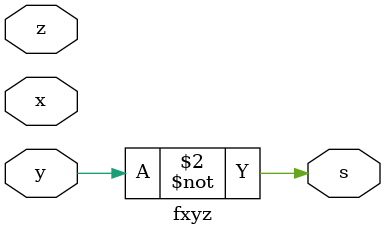
<source format=v>
/*
	Guia_0602e.v
	842536 - Mateus Henrique Medeiros Diniz
*/

module Guia_0602e;
	reg x, y, z;
	wire s;
	reg[2 : 0] m;
	
	fxyz f (s, x, y, z);
	
	initial 
	begin: main
		integer i;
		
		$display("s = ~y");
		
		$display("m x y z | s");
		$monitor("%d %b %b %b | %b", m, x, y, z, s);
		
		m = 0;
		x = 0;
		y = 0;
		z = 0;
		
		for(i = 0; i < 7; i++) begin
			#1
			z = ~z;
			
			if((i + 1) % 2 == 0) begin
				y = ~y;
			end
			
			if((i + 1) % 4 == 0) begin
				x = ~x;
			end
			
			m++;
		end
	end
endmodule

module fxyz (output s, input x, y, z);
	assign s = ~y;
endmodule
</source>
